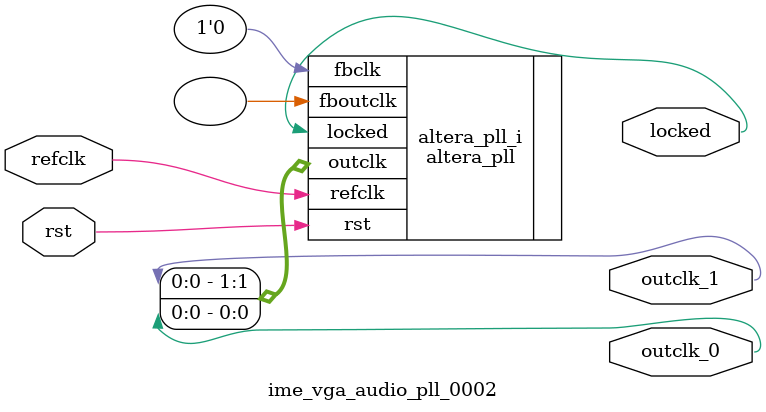
<source format=v>
`timescale 1ns/10ps
module  ime_vga_audio_pll_0002(

	// interface 'refclk'
	input wire refclk,

	// interface 'reset'
	input wire rst,

	// interface 'outclk0'
	output wire outclk_0,

	// interface 'outclk1'
	output wire outclk_1,

	// interface 'locked'
	output wire locked
);

	altera_pll #(
		.fractional_vco_multiplier("false"),
		.reference_clock_frequency("50.0 MHz"),
		.operation_mode("direct"),
		.number_of_clocks(2),
		.output_clock_frequency0("18.432203 MHz"),
		.phase_shift0("0 ps"),
		.duty_cycle0(50),
		.output_clock_frequency1("6.144067 MHz"),
		.phase_shift1("0 ps"),
		.duty_cycle1(50),
		.output_clock_frequency2("0 MHz"),
		.phase_shift2("0 ps"),
		.duty_cycle2(50),
		.output_clock_frequency3("0 MHz"),
		.phase_shift3("0 ps"),
		.duty_cycle3(50),
		.output_clock_frequency4("0 MHz"),
		.phase_shift4("0 ps"),
		.duty_cycle4(50),
		.output_clock_frequency5("0 MHz"),
		.phase_shift5("0 ps"),
		.duty_cycle5(50),
		.output_clock_frequency6("0 MHz"),
		.phase_shift6("0 ps"),
		.duty_cycle6(50),
		.output_clock_frequency7("0 MHz"),
		.phase_shift7("0 ps"),
		.duty_cycle7(50),
		.output_clock_frequency8("0 MHz"),
		.phase_shift8("0 ps"),
		.duty_cycle8(50),
		.output_clock_frequency9("0 MHz"),
		.phase_shift9("0 ps"),
		.duty_cycle9(50),
		.output_clock_frequency10("0 MHz"),
		.phase_shift10("0 ps"),
		.duty_cycle10(50),
		.output_clock_frequency11("0 MHz"),
		.phase_shift11("0 ps"),
		.duty_cycle11(50),
		.output_clock_frequency12("0 MHz"),
		.phase_shift12("0 ps"),
		.duty_cycle12(50),
		.output_clock_frequency13("0 MHz"),
		.phase_shift13("0 ps"),
		.duty_cycle13(50),
		.output_clock_frequency14("0 MHz"),
		.phase_shift14("0 ps"),
		.duty_cycle14(50),
		.output_clock_frequency15("0 MHz"),
		.phase_shift15("0 ps"),
		.duty_cycle15(50),
		.output_clock_frequency16("0 MHz"),
		.phase_shift16("0 ps"),
		.duty_cycle16(50),
		.output_clock_frequency17("0 MHz"),
		.phase_shift17("0 ps"),
		.duty_cycle17(50),
		.pll_type("General"),
		.pll_subtype("General")
	) altera_pll_i (
		.rst	(rst),
		.outclk	({outclk_1, outclk_0}),
		.locked	(locked),
		.fboutclk	( ),
		.fbclk	(1'b0),
		.refclk	(refclk)
	);
endmodule


</source>
